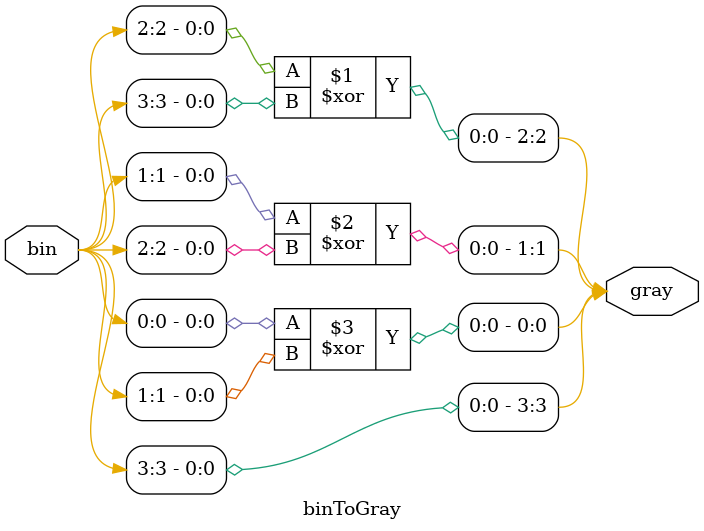
<source format=sv>
module binToGray #(parameter WID = 4)(input wire [WID-1:0]bin, output wire [WID-1:0]gray);
    // Gray code conversion: G[i] = B[i] ^ B[i+1]
    assign gray[WID-1] = bin[WID-1]; 
    genvar i;
    generate
        for (i = WID-2; i >= 0; i--) begin 
            assign gray[i] = bin[i] ^ bin[i+1];
        end
    endgenerate
endmodule
</source>
